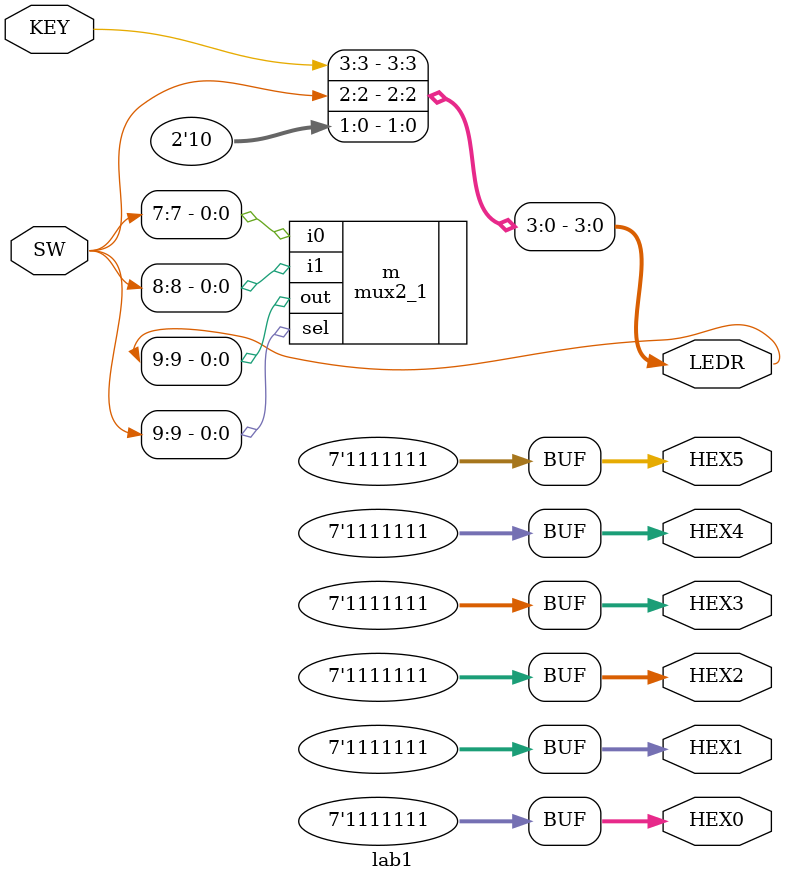
<source format=sv>
/* Top-level module that defines the I/Os for the DE1-SoC board
 * and the circuit behavior.
 */
module lab1 (
  // define ports
  output logic [6:0] HEX0, HEX1, HEX2, HEX3, HEX4, HEX5,
  output logic [9:0] LEDR,
  input  logic [3:0] KEY,
  input  logic [9:0] SW
  );

  /////////////////////////////////
  // TASK 2
  /////////////////////////////////

  // set LEDR0 to 0/GND and LEDR1 to 1/VDD
  assign LEDR[0] = 1'b0;
  assign LEDR[1] = 1'b1;

  // connect SW2 to LEDR2 and KEY3 to LEDR3
  assign LEDR[2] = SW[2];
  assign LEDR[3] = KEY[3];

  /////////////////////////////////
  // TASK 3
  /////////////////////////////////

  // TODO: connect an inverter between SW2 and LEDR4


  // TODO: connect a 2nd inverter between LEDR4 and LEDR5


  // TODO: connect a 2-input NOR gate between two unused SW and an unused LEDR


  /////////////////////////////////
  // NO CHANGES NEEDED
  /////////////////////////////////

  // instantiate a mux2_1 module for you to play with
  mux2_1 m(.out(LEDR[9]), .i0(SW[7]), .i1(SW[8]), .sel(SW[9]));

  // turns off the HEX displays (covered and used later in the course)
  assign HEX0 = '1;
  assign HEX1 = '1;
  assign HEX2 = '1;
  assign HEX3 = '1;
  assign HEX4 = '1;
  assign HEX5 = '1;

endmodule  // lab1

</source>
